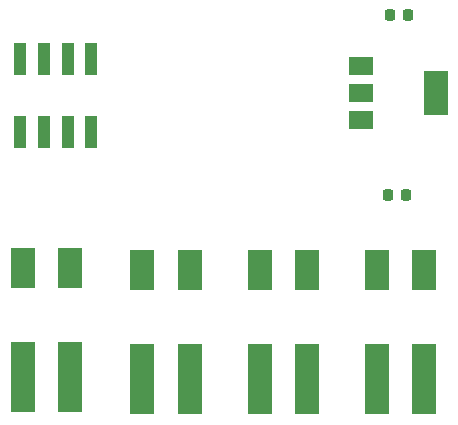
<source format=gbr>
%TF.GenerationSoftware,KiCad,Pcbnew,7.0.9*%
%TF.CreationDate,2023-12-16T14:17:49+09:00*%
%TF.ProjectId,extension,65787465-6e73-4696-9f6e-2e6b69636164,rev?*%
%TF.SameCoordinates,Original*%
%TF.FileFunction,Paste,Top*%
%TF.FilePolarity,Positive*%
%FSLAX46Y46*%
G04 Gerber Fmt 4.6, Leading zero omitted, Abs format (unit mm)*
G04 Created by KiCad (PCBNEW 7.0.9) date 2023-12-16 14:17:49*
%MOMM*%
%LPD*%
G01*
G04 APERTURE LIST*
G04 Aperture macros list*
%AMRoundRect*
0 Rectangle with rounded corners*
0 $1 Rounding radius*
0 $2 $3 $4 $5 $6 $7 $8 $9 X,Y pos of 4 corners*
0 Add a 4 corners polygon primitive as box body*
4,1,4,$2,$3,$4,$5,$6,$7,$8,$9,$2,$3,0*
0 Add four circle primitives for the rounded corners*
1,1,$1+$1,$2,$3*
1,1,$1+$1,$4,$5*
1,1,$1+$1,$6,$7*
1,1,$1+$1,$8,$9*
0 Add four rect primitives between the rounded corners*
20,1,$1+$1,$2,$3,$4,$5,0*
20,1,$1+$1,$4,$5,$6,$7,0*
20,1,$1+$1,$6,$7,$8,$9,0*
20,1,$1+$1,$8,$9,$2,$3,0*%
G04 Aperture macros list end*
%ADD10RoundRect,0.225000X0.225000X0.250000X-0.225000X0.250000X-0.225000X-0.250000X0.225000X-0.250000X0*%
%ADD11RoundRect,0.225000X-0.225000X-0.250000X0.225000X-0.250000X0.225000X0.250000X-0.225000X0.250000X0*%
%ADD12R,1.000000X2.750000*%
%ADD13R,2.000000X6.000000*%
%ADD14R,2.000000X3.500000*%
%ADD15R,2.000000X1.500000*%
%ADD16R,2.000000X3.800000*%
G04 APERTURE END LIST*
D10*
%TO.C,C1*%
X122060000Y-53340000D03*
X120510000Y-53340000D03*
%TD*%
D11*
%TO.C,C2*%
X120370000Y-68580000D03*
X121920000Y-68580000D03*
%TD*%
D12*
%TO.C,J1*%
X89250000Y-57020000D03*
X89250000Y-63270000D03*
X91250000Y-57020000D03*
X91250000Y-63270000D03*
X93250000Y-57020000D03*
X93250000Y-63270000D03*
X95250000Y-57020000D03*
X95250000Y-63270000D03*
%TD*%
D13*
%TO.C,J4*%
X109506000Y-84180000D03*
D14*
X109506000Y-74930000D03*
D13*
X113506000Y-84180000D03*
D14*
X113506000Y-74930000D03*
%TD*%
D13*
%TO.C,J2*%
X89440000Y-84010000D03*
D14*
X89440000Y-74760000D03*
D13*
X93440000Y-84010000D03*
D14*
X93440000Y-74760000D03*
%TD*%
D13*
%TO.C,J3*%
X99580000Y-84180000D03*
D14*
X99580000Y-74930000D03*
D13*
X103580000Y-84180000D03*
D14*
X103580000Y-74930000D03*
%TD*%
D13*
%TO.C,J5*%
X119412000Y-84180000D03*
D14*
X119412000Y-74930000D03*
D13*
X123412000Y-84180000D03*
D14*
X123412000Y-74930000D03*
%TD*%
D15*
%TO.C,U1*%
X118110000Y-57630000D03*
X118110000Y-59930000D03*
D16*
X124410000Y-59930000D03*
D15*
X118110000Y-62230000D03*
%TD*%
M02*

</source>
